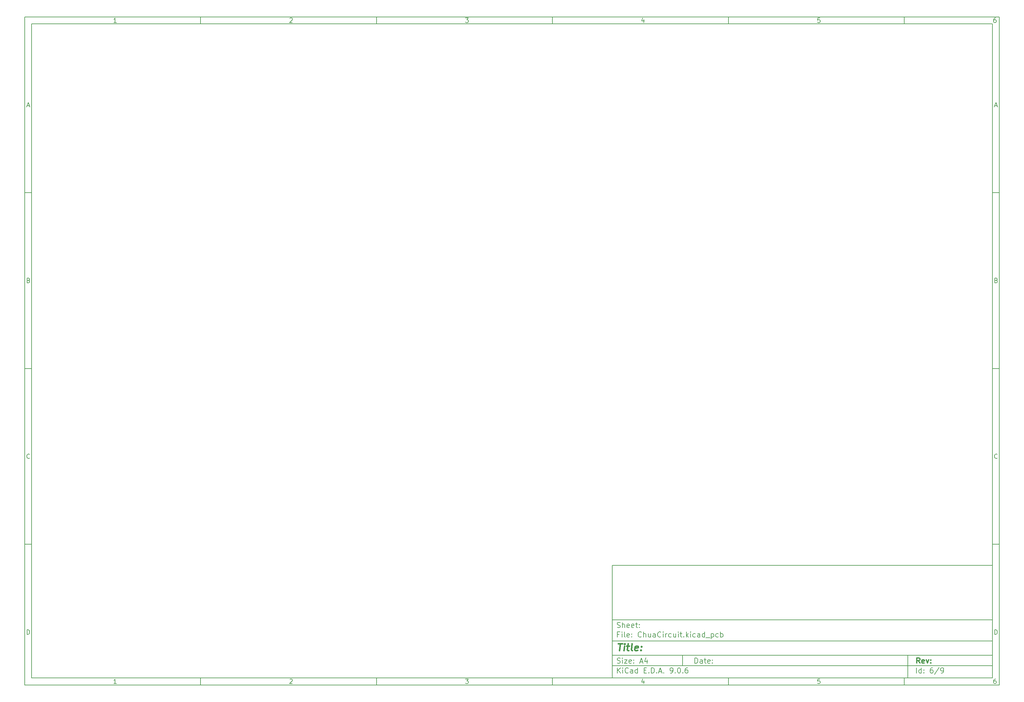
<source format=gbo>
%TF.GenerationSoftware,KiCad,Pcbnew,9.0.6*%
%TF.CreationDate,2025-11-23T22:05:43-07:00*%
%TF.ProjectId,ChuaCircuit,43687561-4369-4726-9375-69742e6b6963,rev?*%
%TF.SameCoordinates,Original*%
%TF.FileFunction,Legend,Bot*%
%TF.FilePolarity,Positive*%
%FSLAX46Y46*%
G04 Gerber Fmt 4.6, Leading zero omitted, Abs format (unit mm)*
G04 Created by KiCad (PCBNEW 9.0.6) date 2025-11-23 22:05:43*
%MOMM*%
%LPD*%
G01*
G04 APERTURE LIST*
%ADD10C,0.100000*%
%ADD11C,0.150000*%
%ADD12C,0.300000*%
%ADD13C,0.400000*%
%ADD14R,1.700000X1.700000*%
%ADD15C,1.700000*%
G04 APERTURE END LIST*
D10*
D11*
X177002200Y-166007200D02*
X285002200Y-166007200D01*
X285002200Y-198007200D01*
X177002200Y-198007200D01*
X177002200Y-166007200D01*
D10*
D11*
X10000000Y-10000000D02*
X287002200Y-10000000D01*
X287002200Y-200007200D01*
X10000000Y-200007200D01*
X10000000Y-10000000D01*
D10*
D11*
X12000000Y-12000000D02*
X285002200Y-12000000D01*
X285002200Y-198007200D01*
X12000000Y-198007200D01*
X12000000Y-12000000D01*
D10*
D11*
X60000000Y-12000000D02*
X60000000Y-10000000D01*
D10*
D11*
X110000000Y-12000000D02*
X110000000Y-10000000D01*
D10*
D11*
X160000000Y-12000000D02*
X160000000Y-10000000D01*
D10*
D11*
X210000000Y-12000000D02*
X210000000Y-10000000D01*
D10*
D11*
X260000000Y-12000000D02*
X260000000Y-10000000D01*
D10*
D11*
X36089160Y-11593604D02*
X35346303Y-11593604D01*
X35717731Y-11593604D02*
X35717731Y-10293604D01*
X35717731Y-10293604D02*
X35593922Y-10479319D01*
X35593922Y-10479319D02*
X35470112Y-10603128D01*
X35470112Y-10603128D02*
X35346303Y-10665033D01*
D10*
D11*
X85346303Y-10417414D02*
X85408207Y-10355509D01*
X85408207Y-10355509D02*
X85532017Y-10293604D01*
X85532017Y-10293604D02*
X85841541Y-10293604D01*
X85841541Y-10293604D02*
X85965350Y-10355509D01*
X85965350Y-10355509D02*
X86027255Y-10417414D01*
X86027255Y-10417414D02*
X86089160Y-10541223D01*
X86089160Y-10541223D02*
X86089160Y-10665033D01*
X86089160Y-10665033D02*
X86027255Y-10850747D01*
X86027255Y-10850747D02*
X85284398Y-11593604D01*
X85284398Y-11593604D02*
X86089160Y-11593604D01*
D10*
D11*
X135284398Y-10293604D02*
X136089160Y-10293604D01*
X136089160Y-10293604D02*
X135655826Y-10788842D01*
X135655826Y-10788842D02*
X135841541Y-10788842D01*
X135841541Y-10788842D02*
X135965350Y-10850747D01*
X135965350Y-10850747D02*
X136027255Y-10912652D01*
X136027255Y-10912652D02*
X136089160Y-11036461D01*
X136089160Y-11036461D02*
X136089160Y-11345985D01*
X136089160Y-11345985D02*
X136027255Y-11469795D01*
X136027255Y-11469795D02*
X135965350Y-11531700D01*
X135965350Y-11531700D02*
X135841541Y-11593604D01*
X135841541Y-11593604D02*
X135470112Y-11593604D01*
X135470112Y-11593604D02*
X135346303Y-11531700D01*
X135346303Y-11531700D02*
X135284398Y-11469795D01*
D10*
D11*
X185965350Y-10726938D02*
X185965350Y-11593604D01*
X185655826Y-10231700D02*
X185346303Y-11160271D01*
X185346303Y-11160271D02*
X186151064Y-11160271D01*
D10*
D11*
X236027255Y-10293604D02*
X235408207Y-10293604D01*
X235408207Y-10293604D02*
X235346303Y-10912652D01*
X235346303Y-10912652D02*
X235408207Y-10850747D01*
X235408207Y-10850747D02*
X235532017Y-10788842D01*
X235532017Y-10788842D02*
X235841541Y-10788842D01*
X235841541Y-10788842D02*
X235965350Y-10850747D01*
X235965350Y-10850747D02*
X236027255Y-10912652D01*
X236027255Y-10912652D02*
X236089160Y-11036461D01*
X236089160Y-11036461D02*
X236089160Y-11345985D01*
X236089160Y-11345985D02*
X236027255Y-11469795D01*
X236027255Y-11469795D02*
X235965350Y-11531700D01*
X235965350Y-11531700D02*
X235841541Y-11593604D01*
X235841541Y-11593604D02*
X235532017Y-11593604D01*
X235532017Y-11593604D02*
X235408207Y-11531700D01*
X235408207Y-11531700D02*
X235346303Y-11469795D01*
D10*
D11*
X285965350Y-10293604D02*
X285717731Y-10293604D01*
X285717731Y-10293604D02*
X285593922Y-10355509D01*
X285593922Y-10355509D02*
X285532017Y-10417414D01*
X285532017Y-10417414D02*
X285408207Y-10603128D01*
X285408207Y-10603128D02*
X285346303Y-10850747D01*
X285346303Y-10850747D02*
X285346303Y-11345985D01*
X285346303Y-11345985D02*
X285408207Y-11469795D01*
X285408207Y-11469795D02*
X285470112Y-11531700D01*
X285470112Y-11531700D02*
X285593922Y-11593604D01*
X285593922Y-11593604D02*
X285841541Y-11593604D01*
X285841541Y-11593604D02*
X285965350Y-11531700D01*
X285965350Y-11531700D02*
X286027255Y-11469795D01*
X286027255Y-11469795D02*
X286089160Y-11345985D01*
X286089160Y-11345985D02*
X286089160Y-11036461D01*
X286089160Y-11036461D02*
X286027255Y-10912652D01*
X286027255Y-10912652D02*
X285965350Y-10850747D01*
X285965350Y-10850747D02*
X285841541Y-10788842D01*
X285841541Y-10788842D02*
X285593922Y-10788842D01*
X285593922Y-10788842D02*
X285470112Y-10850747D01*
X285470112Y-10850747D02*
X285408207Y-10912652D01*
X285408207Y-10912652D02*
X285346303Y-11036461D01*
D10*
D11*
X60000000Y-198007200D02*
X60000000Y-200007200D01*
D10*
D11*
X110000000Y-198007200D02*
X110000000Y-200007200D01*
D10*
D11*
X160000000Y-198007200D02*
X160000000Y-200007200D01*
D10*
D11*
X210000000Y-198007200D02*
X210000000Y-200007200D01*
D10*
D11*
X260000000Y-198007200D02*
X260000000Y-200007200D01*
D10*
D11*
X36089160Y-199600804D02*
X35346303Y-199600804D01*
X35717731Y-199600804D02*
X35717731Y-198300804D01*
X35717731Y-198300804D02*
X35593922Y-198486519D01*
X35593922Y-198486519D02*
X35470112Y-198610328D01*
X35470112Y-198610328D02*
X35346303Y-198672233D01*
D10*
D11*
X85346303Y-198424614D02*
X85408207Y-198362709D01*
X85408207Y-198362709D02*
X85532017Y-198300804D01*
X85532017Y-198300804D02*
X85841541Y-198300804D01*
X85841541Y-198300804D02*
X85965350Y-198362709D01*
X85965350Y-198362709D02*
X86027255Y-198424614D01*
X86027255Y-198424614D02*
X86089160Y-198548423D01*
X86089160Y-198548423D02*
X86089160Y-198672233D01*
X86089160Y-198672233D02*
X86027255Y-198857947D01*
X86027255Y-198857947D02*
X85284398Y-199600804D01*
X85284398Y-199600804D02*
X86089160Y-199600804D01*
D10*
D11*
X135284398Y-198300804D02*
X136089160Y-198300804D01*
X136089160Y-198300804D02*
X135655826Y-198796042D01*
X135655826Y-198796042D02*
X135841541Y-198796042D01*
X135841541Y-198796042D02*
X135965350Y-198857947D01*
X135965350Y-198857947D02*
X136027255Y-198919852D01*
X136027255Y-198919852D02*
X136089160Y-199043661D01*
X136089160Y-199043661D02*
X136089160Y-199353185D01*
X136089160Y-199353185D02*
X136027255Y-199476995D01*
X136027255Y-199476995D02*
X135965350Y-199538900D01*
X135965350Y-199538900D02*
X135841541Y-199600804D01*
X135841541Y-199600804D02*
X135470112Y-199600804D01*
X135470112Y-199600804D02*
X135346303Y-199538900D01*
X135346303Y-199538900D02*
X135284398Y-199476995D01*
D10*
D11*
X185965350Y-198734138D02*
X185965350Y-199600804D01*
X185655826Y-198238900D02*
X185346303Y-199167471D01*
X185346303Y-199167471D02*
X186151064Y-199167471D01*
D10*
D11*
X236027255Y-198300804D02*
X235408207Y-198300804D01*
X235408207Y-198300804D02*
X235346303Y-198919852D01*
X235346303Y-198919852D02*
X235408207Y-198857947D01*
X235408207Y-198857947D02*
X235532017Y-198796042D01*
X235532017Y-198796042D02*
X235841541Y-198796042D01*
X235841541Y-198796042D02*
X235965350Y-198857947D01*
X235965350Y-198857947D02*
X236027255Y-198919852D01*
X236027255Y-198919852D02*
X236089160Y-199043661D01*
X236089160Y-199043661D02*
X236089160Y-199353185D01*
X236089160Y-199353185D02*
X236027255Y-199476995D01*
X236027255Y-199476995D02*
X235965350Y-199538900D01*
X235965350Y-199538900D02*
X235841541Y-199600804D01*
X235841541Y-199600804D02*
X235532017Y-199600804D01*
X235532017Y-199600804D02*
X235408207Y-199538900D01*
X235408207Y-199538900D02*
X235346303Y-199476995D01*
D10*
D11*
X285965350Y-198300804D02*
X285717731Y-198300804D01*
X285717731Y-198300804D02*
X285593922Y-198362709D01*
X285593922Y-198362709D02*
X285532017Y-198424614D01*
X285532017Y-198424614D02*
X285408207Y-198610328D01*
X285408207Y-198610328D02*
X285346303Y-198857947D01*
X285346303Y-198857947D02*
X285346303Y-199353185D01*
X285346303Y-199353185D02*
X285408207Y-199476995D01*
X285408207Y-199476995D02*
X285470112Y-199538900D01*
X285470112Y-199538900D02*
X285593922Y-199600804D01*
X285593922Y-199600804D02*
X285841541Y-199600804D01*
X285841541Y-199600804D02*
X285965350Y-199538900D01*
X285965350Y-199538900D02*
X286027255Y-199476995D01*
X286027255Y-199476995D02*
X286089160Y-199353185D01*
X286089160Y-199353185D02*
X286089160Y-199043661D01*
X286089160Y-199043661D02*
X286027255Y-198919852D01*
X286027255Y-198919852D02*
X285965350Y-198857947D01*
X285965350Y-198857947D02*
X285841541Y-198796042D01*
X285841541Y-198796042D02*
X285593922Y-198796042D01*
X285593922Y-198796042D02*
X285470112Y-198857947D01*
X285470112Y-198857947D02*
X285408207Y-198919852D01*
X285408207Y-198919852D02*
X285346303Y-199043661D01*
D10*
D11*
X10000000Y-60000000D02*
X12000000Y-60000000D01*
D10*
D11*
X10000000Y-110000000D02*
X12000000Y-110000000D01*
D10*
D11*
X10000000Y-160000000D02*
X12000000Y-160000000D01*
D10*
D11*
X10690476Y-35222176D02*
X11309523Y-35222176D01*
X10566666Y-35593604D02*
X10999999Y-34293604D01*
X10999999Y-34293604D02*
X11433333Y-35593604D01*
D10*
D11*
X11092857Y-84912652D02*
X11278571Y-84974557D01*
X11278571Y-84974557D02*
X11340476Y-85036461D01*
X11340476Y-85036461D02*
X11402380Y-85160271D01*
X11402380Y-85160271D02*
X11402380Y-85345985D01*
X11402380Y-85345985D02*
X11340476Y-85469795D01*
X11340476Y-85469795D02*
X11278571Y-85531700D01*
X11278571Y-85531700D02*
X11154761Y-85593604D01*
X11154761Y-85593604D02*
X10659523Y-85593604D01*
X10659523Y-85593604D02*
X10659523Y-84293604D01*
X10659523Y-84293604D02*
X11092857Y-84293604D01*
X11092857Y-84293604D02*
X11216666Y-84355509D01*
X11216666Y-84355509D02*
X11278571Y-84417414D01*
X11278571Y-84417414D02*
X11340476Y-84541223D01*
X11340476Y-84541223D02*
X11340476Y-84665033D01*
X11340476Y-84665033D02*
X11278571Y-84788842D01*
X11278571Y-84788842D02*
X11216666Y-84850747D01*
X11216666Y-84850747D02*
X11092857Y-84912652D01*
X11092857Y-84912652D02*
X10659523Y-84912652D01*
D10*
D11*
X11402380Y-135469795D02*
X11340476Y-135531700D01*
X11340476Y-135531700D02*
X11154761Y-135593604D01*
X11154761Y-135593604D02*
X11030952Y-135593604D01*
X11030952Y-135593604D02*
X10845238Y-135531700D01*
X10845238Y-135531700D02*
X10721428Y-135407890D01*
X10721428Y-135407890D02*
X10659523Y-135284080D01*
X10659523Y-135284080D02*
X10597619Y-135036461D01*
X10597619Y-135036461D02*
X10597619Y-134850747D01*
X10597619Y-134850747D02*
X10659523Y-134603128D01*
X10659523Y-134603128D02*
X10721428Y-134479319D01*
X10721428Y-134479319D02*
X10845238Y-134355509D01*
X10845238Y-134355509D02*
X11030952Y-134293604D01*
X11030952Y-134293604D02*
X11154761Y-134293604D01*
X11154761Y-134293604D02*
X11340476Y-134355509D01*
X11340476Y-134355509D02*
X11402380Y-134417414D01*
D10*
D11*
X10659523Y-185593604D02*
X10659523Y-184293604D01*
X10659523Y-184293604D02*
X10969047Y-184293604D01*
X10969047Y-184293604D02*
X11154761Y-184355509D01*
X11154761Y-184355509D02*
X11278571Y-184479319D01*
X11278571Y-184479319D02*
X11340476Y-184603128D01*
X11340476Y-184603128D02*
X11402380Y-184850747D01*
X11402380Y-184850747D02*
X11402380Y-185036461D01*
X11402380Y-185036461D02*
X11340476Y-185284080D01*
X11340476Y-185284080D02*
X11278571Y-185407890D01*
X11278571Y-185407890D02*
X11154761Y-185531700D01*
X11154761Y-185531700D02*
X10969047Y-185593604D01*
X10969047Y-185593604D02*
X10659523Y-185593604D01*
D10*
D11*
X287002200Y-60000000D02*
X285002200Y-60000000D01*
D10*
D11*
X287002200Y-110000000D02*
X285002200Y-110000000D01*
D10*
D11*
X287002200Y-160000000D02*
X285002200Y-160000000D01*
D10*
D11*
X285692676Y-35222176D02*
X286311723Y-35222176D01*
X285568866Y-35593604D02*
X286002199Y-34293604D01*
X286002199Y-34293604D02*
X286435533Y-35593604D01*
D10*
D11*
X286095057Y-84912652D02*
X286280771Y-84974557D01*
X286280771Y-84974557D02*
X286342676Y-85036461D01*
X286342676Y-85036461D02*
X286404580Y-85160271D01*
X286404580Y-85160271D02*
X286404580Y-85345985D01*
X286404580Y-85345985D02*
X286342676Y-85469795D01*
X286342676Y-85469795D02*
X286280771Y-85531700D01*
X286280771Y-85531700D02*
X286156961Y-85593604D01*
X286156961Y-85593604D02*
X285661723Y-85593604D01*
X285661723Y-85593604D02*
X285661723Y-84293604D01*
X285661723Y-84293604D02*
X286095057Y-84293604D01*
X286095057Y-84293604D02*
X286218866Y-84355509D01*
X286218866Y-84355509D02*
X286280771Y-84417414D01*
X286280771Y-84417414D02*
X286342676Y-84541223D01*
X286342676Y-84541223D02*
X286342676Y-84665033D01*
X286342676Y-84665033D02*
X286280771Y-84788842D01*
X286280771Y-84788842D02*
X286218866Y-84850747D01*
X286218866Y-84850747D02*
X286095057Y-84912652D01*
X286095057Y-84912652D02*
X285661723Y-84912652D01*
D10*
D11*
X286404580Y-135469795D02*
X286342676Y-135531700D01*
X286342676Y-135531700D02*
X286156961Y-135593604D01*
X286156961Y-135593604D02*
X286033152Y-135593604D01*
X286033152Y-135593604D02*
X285847438Y-135531700D01*
X285847438Y-135531700D02*
X285723628Y-135407890D01*
X285723628Y-135407890D02*
X285661723Y-135284080D01*
X285661723Y-135284080D02*
X285599819Y-135036461D01*
X285599819Y-135036461D02*
X285599819Y-134850747D01*
X285599819Y-134850747D02*
X285661723Y-134603128D01*
X285661723Y-134603128D02*
X285723628Y-134479319D01*
X285723628Y-134479319D02*
X285847438Y-134355509D01*
X285847438Y-134355509D02*
X286033152Y-134293604D01*
X286033152Y-134293604D02*
X286156961Y-134293604D01*
X286156961Y-134293604D02*
X286342676Y-134355509D01*
X286342676Y-134355509D02*
X286404580Y-134417414D01*
D10*
D11*
X285661723Y-185593604D02*
X285661723Y-184293604D01*
X285661723Y-184293604D02*
X285971247Y-184293604D01*
X285971247Y-184293604D02*
X286156961Y-184355509D01*
X286156961Y-184355509D02*
X286280771Y-184479319D01*
X286280771Y-184479319D02*
X286342676Y-184603128D01*
X286342676Y-184603128D02*
X286404580Y-184850747D01*
X286404580Y-184850747D02*
X286404580Y-185036461D01*
X286404580Y-185036461D02*
X286342676Y-185284080D01*
X286342676Y-185284080D02*
X286280771Y-185407890D01*
X286280771Y-185407890D02*
X286156961Y-185531700D01*
X286156961Y-185531700D02*
X285971247Y-185593604D01*
X285971247Y-185593604D02*
X285661723Y-185593604D01*
D10*
D11*
X200458026Y-193793328D02*
X200458026Y-192293328D01*
X200458026Y-192293328D02*
X200815169Y-192293328D01*
X200815169Y-192293328D02*
X201029455Y-192364757D01*
X201029455Y-192364757D02*
X201172312Y-192507614D01*
X201172312Y-192507614D02*
X201243741Y-192650471D01*
X201243741Y-192650471D02*
X201315169Y-192936185D01*
X201315169Y-192936185D02*
X201315169Y-193150471D01*
X201315169Y-193150471D02*
X201243741Y-193436185D01*
X201243741Y-193436185D02*
X201172312Y-193579042D01*
X201172312Y-193579042D02*
X201029455Y-193721900D01*
X201029455Y-193721900D02*
X200815169Y-193793328D01*
X200815169Y-193793328D02*
X200458026Y-193793328D01*
X202600884Y-193793328D02*
X202600884Y-193007614D01*
X202600884Y-193007614D02*
X202529455Y-192864757D01*
X202529455Y-192864757D02*
X202386598Y-192793328D01*
X202386598Y-192793328D02*
X202100884Y-192793328D01*
X202100884Y-192793328D02*
X201958026Y-192864757D01*
X202600884Y-193721900D02*
X202458026Y-193793328D01*
X202458026Y-193793328D02*
X202100884Y-193793328D01*
X202100884Y-193793328D02*
X201958026Y-193721900D01*
X201958026Y-193721900D02*
X201886598Y-193579042D01*
X201886598Y-193579042D02*
X201886598Y-193436185D01*
X201886598Y-193436185D02*
X201958026Y-193293328D01*
X201958026Y-193293328D02*
X202100884Y-193221900D01*
X202100884Y-193221900D02*
X202458026Y-193221900D01*
X202458026Y-193221900D02*
X202600884Y-193150471D01*
X203100884Y-192793328D02*
X203672312Y-192793328D01*
X203315169Y-192293328D02*
X203315169Y-193579042D01*
X203315169Y-193579042D02*
X203386598Y-193721900D01*
X203386598Y-193721900D02*
X203529455Y-193793328D01*
X203529455Y-193793328D02*
X203672312Y-193793328D01*
X204743741Y-193721900D02*
X204600884Y-193793328D01*
X204600884Y-193793328D02*
X204315170Y-193793328D01*
X204315170Y-193793328D02*
X204172312Y-193721900D01*
X204172312Y-193721900D02*
X204100884Y-193579042D01*
X204100884Y-193579042D02*
X204100884Y-193007614D01*
X204100884Y-193007614D02*
X204172312Y-192864757D01*
X204172312Y-192864757D02*
X204315170Y-192793328D01*
X204315170Y-192793328D02*
X204600884Y-192793328D01*
X204600884Y-192793328D02*
X204743741Y-192864757D01*
X204743741Y-192864757D02*
X204815170Y-193007614D01*
X204815170Y-193007614D02*
X204815170Y-193150471D01*
X204815170Y-193150471D02*
X204100884Y-193293328D01*
X205458026Y-193650471D02*
X205529455Y-193721900D01*
X205529455Y-193721900D02*
X205458026Y-193793328D01*
X205458026Y-193793328D02*
X205386598Y-193721900D01*
X205386598Y-193721900D02*
X205458026Y-193650471D01*
X205458026Y-193650471D02*
X205458026Y-193793328D01*
X205458026Y-192864757D02*
X205529455Y-192936185D01*
X205529455Y-192936185D02*
X205458026Y-193007614D01*
X205458026Y-193007614D02*
X205386598Y-192936185D01*
X205386598Y-192936185D02*
X205458026Y-192864757D01*
X205458026Y-192864757D02*
X205458026Y-193007614D01*
D10*
D11*
X177002200Y-194507200D02*
X285002200Y-194507200D01*
D10*
D11*
X178458026Y-196593328D02*
X178458026Y-195093328D01*
X179315169Y-196593328D02*
X178672312Y-195736185D01*
X179315169Y-195093328D02*
X178458026Y-195950471D01*
X179958026Y-196593328D02*
X179958026Y-195593328D01*
X179958026Y-195093328D02*
X179886598Y-195164757D01*
X179886598Y-195164757D02*
X179958026Y-195236185D01*
X179958026Y-195236185D02*
X180029455Y-195164757D01*
X180029455Y-195164757D02*
X179958026Y-195093328D01*
X179958026Y-195093328D02*
X179958026Y-195236185D01*
X181529455Y-196450471D02*
X181458027Y-196521900D01*
X181458027Y-196521900D02*
X181243741Y-196593328D01*
X181243741Y-196593328D02*
X181100884Y-196593328D01*
X181100884Y-196593328D02*
X180886598Y-196521900D01*
X180886598Y-196521900D02*
X180743741Y-196379042D01*
X180743741Y-196379042D02*
X180672312Y-196236185D01*
X180672312Y-196236185D02*
X180600884Y-195950471D01*
X180600884Y-195950471D02*
X180600884Y-195736185D01*
X180600884Y-195736185D02*
X180672312Y-195450471D01*
X180672312Y-195450471D02*
X180743741Y-195307614D01*
X180743741Y-195307614D02*
X180886598Y-195164757D01*
X180886598Y-195164757D02*
X181100884Y-195093328D01*
X181100884Y-195093328D02*
X181243741Y-195093328D01*
X181243741Y-195093328D02*
X181458027Y-195164757D01*
X181458027Y-195164757D02*
X181529455Y-195236185D01*
X182815170Y-196593328D02*
X182815170Y-195807614D01*
X182815170Y-195807614D02*
X182743741Y-195664757D01*
X182743741Y-195664757D02*
X182600884Y-195593328D01*
X182600884Y-195593328D02*
X182315170Y-195593328D01*
X182315170Y-195593328D02*
X182172312Y-195664757D01*
X182815170Y-196521900D02*
X182672312Y-196593328D01*
X182672312Y-196593328D02*
X182315170Y-196593328D01*
X182315170Y-196593328D02*
X182172312Y-196521900D01*
X182172312Y-196521900D02*
X182100884Y-196379042D01*
X182100884Y-196379042D02*
X182100884Y-196236185D01*
X182100884Y-196236185D02*
X182172312Y-196093328D01*
X182172312Y-196093328D02*
X182315170Y-196021900D01*
X182315170Y-196021900D02*
X182672312Y-196021900D01*
X182672312Y-196021900D02*
X182815170Y-195950471D01*
X184172313Y-196593328D02*
X184172313Y-195093328D01*
X184172313Y-196521900D02*
X184029455Y-196593328D01*
X184029455Y-196593328D02*
X183743741Y-196593328D01*
X183743741Y-196593328D02*
X183600884Y-196521900D01*
X183600884Y-196521900D02*
X183529455Y-196450471D01*
X183529455Y-196450471D02*
X183458027Y-196307614D01*
X183458027Y-196307614D02*
X183458027Y-195879042D01*
X183458027Y-195879042D02*
X183529455Y-195736185D01*
X183529455Y-195736185D02*
X183600884Y-195664757D01*
X183600884Y-195664757D02*
X183743741Y-195593328D01*
X183743741Y-195593328D02*
X184029455Y-195593328D01*
X184029455Y-195593328D02*
X184172313Y-195664757D01*
X186029455Y-195807614D02*
X186529455Y-195807614D01*
X186743741Y-196593328D02*
X186029455Y-196593328D01*
X186029455Y-196593328D02*
X186029455Y-195093328D01*
X186029455Y-195093328D02*
X186743741Y-195093328D01*
X187386598Y-196450471D02*
X187458027Y-196521900D01*
X187458027Y-196521900D02*
X187386598Y-196593328D01*
X187386598Y-196593328D02*
X187315170Y-196521900D01*
X187315170Y-196521900D02*
X187386598Y-196450471D01*
X187386598Y-196450471D02*
X187386598Y-196593328D01*
X188100884Y-196593328D02*
X188100884Y-195093328D01*
X188100884Y-195093328D02*
X188458027Y-195093328D01*
X188458027Y-195093328D02*
X188672313Y-195164757D01*
X188672313Y-195164757D02*
X188815170Y-195307614D01*
X188815170Y-195307614D02*
X188886599Y-195450471D01*
X188886599Y-195450471D02*
X188958027Y-195736185D01*
X188958027Y-195736185D02*
X188958027Y-195950471D01*
X188958027Y-195950471D02*
X188886599Y-196236185D01*
X188886599Y-196236185D02*
X188815170Y-196379042D01*
X188815170Y-196379042D02*
X188672313Y-196521900D01*
X188672313Y-196521900D02*
X188458027Y-196593328D01*
X188458027Y-196593328D02*
X188100884Y-196593328D01*
X189600884Y-196450471D02*
X189672313Y-196521900D01*
X189672313Y-196521900D02*
X189600884Y-196593328D01*
X189600884Y-196593328D02*
X189529456Y-196521900D01*
X189529456Y-196521900D02*
X189600884Y-196450471D01*
X189600884Y-196450471D02*
X189600884Y-196593328D01*
X190243742Y-196164757D02*
X190958028Y-196164757D01*
X190100885Y-196593328D02*
X190600885Y-195093328D01*
X190600885Y-195093328D02*
X191100885Y-196593328D01*
X191600884Y-196450471D02*
X191672313Y-196521900D01*
X191672313Y-196521900D02*
X191600884Y-196593328D01*
X191600884Y-196593328D02*
X191529456Y-196521900D01*
X191529456Y-196521900D02*
X191600884Y-196450471D01*
X191600884Y-196450471D02*
X191600884Y-196593328D01*
X193529456Y-196593328D02*
X193815170Y-196593328D01*
X193815170Y-196593328D02*
X193958027Y-196521900D01*
X193958027Y-196521900D02*
X194029456Y-196450471D01*
X194029456Y-196450471D02*
X194172313Y-196236185D01*
X194172313Y-196236185D02*
X194243742Y-195950471D01*
X194243742Y-195950471D02*
X194243742Y-195379042D01*
X194243742Y-195379042D02*
X194172313Y-195236185D01*
X194172313Y-195236185D02*
X194100885Y-195164757D01*
X194100885Y-195164757D02*
X193958027Y-195093328D01*
X193958027Y-195093328D02*
X193672313Y-195093328D01*
X193672313Y-195093328D02*
X193529456Y-195164757D01*
X193529456Y-195164757D02*
X193458027Y-195236185D01*
X193458027Y-195236185D02*
X193386599Y-195379042D01*
X193386599Y-195379042D02*
X193386599Y-195736185D01*
X193386599Y-195736185D02*
X193458027Y-195879042D01*
X193458027Y-195879042D02*
X193529456Y-195950471D01*
X193529456Y-195950471D02*
X193672313Y-196021900D01*
X193672313Y-196021900D02*
X193958027Y-196021900D01*
X193958027Y-196021900D02*
X194100885Y-195950471D01*
X194100885Y-195950471D02*
X194172313Y-195879042D01*
X194172313Y-195879042D02*
X194243742Y-195736185D01*
X194886598Y-196450471D02*
X194958027Y-196521900D01*
X194958027Y-196521900D02*
X194886598Y-196593328D01*
X194886598Y-196593328D02*
X194815170Y-196521900D01*
X194815170Y-196521900D02*
X194886598Y-196450471D01*
X194886598Y-196450471D02*
X194886598Y-196593328D01*
X195886599Y-195093328D02*
X196029456Y-195093328D01*
X196029456Y-195093328D02*
X196172313Y-195164757D01*
X196172313Y-195164757D02*
X196243742Y-195236185D01*
X196243742Y-195236185D02*
X196315170Y-195379042D01*
X196315170Y-195379042D02*
X196386599Y-195664757D01*
X196386599Y-195664757D02*
X196386599Y-196021900D01*
X196386599Y-196021900D02*
X196315170Y-196307614D01*
X196315170Y-196307614D02*
X196243742Y-196450471D01*
X196243742Y-196450471D02*
X196172313Y-196521900D01*
X196172313Y-196521900D02*
X196029456Y-196593328D01*
X196029456Y-196593328D02*
X195886599Y-196593328D01*
X195886599Y-196593328D02*
X195743742Y-196521900D01*
X195743742Y-196521900D02*
X195672313Y-196450471D01*
X195672313Y-196450471D02*
X195600884Y-196307614D01*
X195600884Y-196307614D02*
X195529456Y-196021900D01*
X195529456Y-196021900D02*
X195529456Y-195664757D01*
X195529456Y-195664757D02*
X195600884Y-195379042D01*
X195600884Y-195379042D02*
X195672313Y-195236185D01*
X195672313Y-195236185D02*
X195743742Y-195164757D01*
X195743742Y-195164757D02*
X195886599Y-195093328D01*
X197029455Y-196450471D02*
X197100884Y-196521900D01*
X197100884Y-196521900D02*
X197029455Y-196593328D01*
X197029455Y-196593328D02*
X196958027Y-196521900D01*
X196958027Y-196521900D02*
X197029455Y-196450471D01*
X197029455Y-196450471D02*
X197029455Y-196593328D01*
X198386599Y-195093328D02*
X198100884Y-195093328D01*
X198100884Y-195093328D02*
X197958027Y-195164757D01*
X197958027Y-195164757D02*
X197886599Y-195236185D01*
X197886599Y-195236185D02*
X197743741Y-195450471D01*
X197743741Y-195450471D02*
X197672313Y-195736185D01*
X197672313Y-195736185D02*
X197672313Y-196307614D01*
X197672313Y-196307614D02*
X197743741Y-196450471D01*
X197743741Y-196450471D02*
X197815170Y-196521900D01*
X197815170Y-196521900D02*
X197958027Y-196593328D01*
X197958027Y-196593328D02*
X198243741Y-196593328D01*
X198243741Y-196593328D02*
X198386599Y-196521900D01*
X198386599Y-196521900D02*
X198458027Y-196450471D01*
X198458027Y-196450471D02*
X198529456Y-196307614D01*
X198529456Y-196307614D02*
X198529456Y-195950471D01*
X198529456Y-195950471D02*
X198458027Y-195807614D01*
X198458027Y-195807614D02*
X198386599Y-195736185D01*
X198386599Y-195736185D02*
X198243741Y-195664757D01*
X198243741Y-195664757D02*
X197958027Y-195664757D01*
X197958027Y-195664757D02*
X197815170Y-195736185D01*
X197815170Y-195736185D02*
X197743741Y-195807614D01*
X197743741Y-195807614D02*
X197672313Y-195950471D01*
D10*
D11*
X177002200Y-191507200D02*
X285002200Y-191507200D01*
D10*
D12*
X264413853Y-193785528D02*
X263913853Y-193071242D01*
X263556710Y-193785528D02*
X263556710Y-192285528D01*
X263556710Y-192285528D02*
X264128139Y-192285528D01*
X264128139Y-192285528D02*
X264270996Y-192356957D01*
X264270996Y-192356957D02*
X264342425Y-192428385D01*
X264342425Y-192428385D02*
X264413853Y-192571242D01*
X264413853Y-192571242D02*
X264413853Y-192785528D01*
X264413853Y-192785528D02*
X264342425Y-192928385D01*
X264342425Y-192928385D02*
X264270996Y-192999814D01*
X264270996Y-192999814D02*
X264128139Y-193071242D01*
X264128139Y-193071242D02*
X263556710Y-193071242D01*
X265628139Y-193714100D02*
X265485282Y-193785528D01*
X265485282Y-193785528D02*
X265199568Y-193785528D01*
X265199568Y-193785528D02*
X265056710Y-193714100D01*
X265056710Y-193714100D02*
X264985282Y-193571242D01*
X264985282Y-193571242D02*
X264985282Y-192999814D01*
X264985282Y-192999814D02*
X265056710Y-192856957D01*
X265056710Y-192856957D02*
X265199568Y-192785528D01*
X265199568Y-192785528D02*
X265485282Y-192785528D01*
X265485282Y-192785528D02*
X265628139Y-192856957D01*
X265628139Y-192856957D02*
X265699568Y-192999814D01*
X265699568Y-192999814D02*
X265699568Y-193142671D01*
X265699568Y-193142671D02*
X264985282Y-193285528D01*
X266199567Y-192785528D02*
X266556710Y-193785528D01*
X266556710Y-193785528D02*
X266913853Y-192785528D01*
X267485281Y-193642671D02*
X267556710Y-193714100D01*
X267556710Y-193714100D02*
X267485281Y-193785528D01*
X267485281Y-193785528D02*
X267413853Y-193714100D01*
X267413853Y-193714100D02*
X267485281Y-193642671D01*
X267485281Y-193642671D02*
X267485281Y-193785528D01*
X267485281Y-192856957D02*
X267556710Y-192928385D01*
X267556710Y-192928385D02*
X267485281Y-192999814D01*
X267485281Y-192999814D02*
X267413853Y-192928385D01*
X267413853Y-192928385D02*
X267485281Y-192856957D01*
X267485281Y-192856957D02*
X267485281Y-192999814D01*
D10*
D11*
X178386598Y-193721900D02*
X178600884Y-193793328D01*
X178600884Y-193793328D02*
X178958026Y-193793328D01*
X178958026Y-193793328D02*
X179100884Y-193721900D01*
X179100884Y-193721900D02*
X179172312Y-193650471D01*
X179172312Y-193650471D02*
X179243741Y-193507614D01*
X179243741Y-193507614D02*
X179243741Y-193364757D01*
X179243741Y-193364757D02*
X179172312Y-193221900D01*
X179172312Y-193221900D02*
X179100884Y-193150471D01*
X179100884Y-193150471D02*
X178958026Y-193079042D01*
X178958026Y-193079042D02*
X178672312Y-193007614D01*
X178672312Y-193007614D02*
X178529455Y-192936185D01*
X178529455Y-192936185D02*
X178458026Y-192864757D01*
X178458026Y-192864757D02*
X178386598Y-192721900D01*
X178386598Y-192721900D02*
X178386598Y-192579042D01*
X178386598Y-192579042D02*
X178458026Y-192436185D01*
X178458026Y-192436185D02*
X178529455Y-192364757D01*
X178529455Y-192364757D02*
X178672312Y-192293328D01*
X178672312Y-192293328D02*
X179029455Y-192293328D01*
X179029455Y-192293328D02*
X179243741Y-192364757D01*
X179886597Y-193793328D02*
X179886597Y-192793328D01*
X179886597Y-192293328D02*
X179815169Y-192364757D01*
X179815169Y-192364757D02*
X179886597Y-192436185D01*
X179886597Y-192436185D02*
X179958026Y-192364757D01*
X179958026Y-192364757D02*
X179886597Y-192293328D01*
X179886597Y-192293328D02*
X179886597Y-192436185D01*
X180458026Y-192793328D02*
X181243741Y-192793328D01*
X181243741Y-192793328D02*
X180458026Y-193793328D01*
X180458026Y-193793328D02*
X181243741Y-193793328D01*
X182386598Y-193721900D02*
X182243741Y-193793328D01*
X182243741Y-193793328D02*
X181958027Y-193793328D01*
X181958027Y-193793328D02*
X181815169Y-193721900D01*
X181815169Y-193721900D02*
X181743741Y-193579042D01*
X181743741Y-193579042D02*
X181743741Y-193007614D01*
X181743741Y-193007614D02*
X181815169Y-192864757D01*
X181815169Y-192864757D02*
X181958027Y-192793328D01*
X181958027Y-192793328D02*
X182243741Y-192793328D01*
X182243741Y-192793328D02*
X182386598Y-192864757D01*
X182386598Y-192864757D02*
X182458027Y-193007614D01*
X182458027Y-193007614D02*
X182458027Y-193150471D01*
X182458027Y-193150471D02*
X181743741Y-193293328D01*
X183100883Y-193650471D02*
X183172312Y-193721900D01*
X183172312Y-193721900D02*
X183100883Y-193793328D01*
X183100883Y-193793328D02*
X183029455Y-193721900D01*
X183029455Y-193721900D02*
X183100883Y-193650471D01*
X183100883Y-193650471D02*
X183100883Y-193793328D01*
X183100883Y-192864757D02*
X183172312Y-192936185D01*
X183172312Y-192936185D02*
X183100883Y-193007614D01*
X183100883Y-193007614D02*
X183029455Y-192936185D01*
X183029455Y-192936185D02*
X183100883Y-192864757D01*
X183100883Y-192864757D02*
X183100883Y-193007614D01*
X184886598Y-193364757D02*
X185600884Y-193364757D01*
X184743741Y-193793328D02*
X185243741Y-192293328D01*
X185243741Y-192293328D02*
X185743741Y-193793328D01*
X186886598Y-192793328D02*
X186886598Y-193793328D01*
X186529455Y-192221900D02*
X186172312Y-193293328D01*
X186172312Y-193293328D02*
X187100883Y-193293328D01*
D10*
D11*
X263458026Y-196593328D02*
X263458026Y-195093328D01*
X264815170Y-196593328D02*
X264815170Y-195093328D01*
X264815170Y-196521900D02*
X264672312Y-196593328D01*
X264672312Y-196593328D02*
X264386598Y-196593328D01*
X264386598Y-196593328D02*
X264243741Y-196521900D01*
X264243741Y-196521900D02*
X264172312Y-196450471D01*
X264172312Y-196450471D02*
X264100884Y-196307614D01*
X264100884Y-196307614D02*
X264100884Y-195879042D01*
X264100884Y-195879042D02*
X264172312Y-195736185D01*
X264172312Y-195736185D02*
X264243741Y-195664757D01*
X264243741Y-195664757D02*
X264386598Y-195593328D01*
X264386598Y-195593328D02*
X264672312Y-195593328D01*
X264672312Y-195593328D02*
X264815170Y-195664757D01*
X265529455Y-196450471D02*
X265600884Y-196521900D01*
X265600884Y-196521900D02*
X265529455Y-196593328D01*
X265529455Y-196593328D02*
X265458027Y-196521900D01*
X265458027Y-196521900D02*
X265529455Y-196450471D01*
X265529455Y-196450471D02*
X265529455Y-196593328D01*
X265529455Y-195664757D02*
X265600884Y-195736185D01*
X265600884Y-195736185D02*
X265529455Y-195807614D01*
X265529455Y-195807614D02*
X265458027Y-195736185D01*
X265458027Y-195736185D02*
X265529455Y-195664757D01*
X265529455Y-195664757D02*
X265529455Y-195807614D01*
X268029456Y-195093328D02*
X267743741Y-195093328D01*
X267743741Y-195093328D02*
X267600884Y-195164757D01*
X267600884Y-195164757D02*
X267529456Y-195236185D01*
X267529456Y-195236185D02*
X267386598Y-195450471D01*
X267386598Y-195450471D02*
X267315170Y-195736185D01*
X267315170Y-195736185D02*
X267315170Y-196307614D01*
X267315170Y-196307614D02*
X267386598Y-196450471D01*
X267386598Y-196450471D02*
X267458027Y-196521900D01*
X267458027Y-196521900D02*
X267600884Y-196593328D01*
X267600884Y-196593328D02*
X267886598Y-196593328D01*
X267886598Y-196593328D02*
X268029456Y-196521900D01*
X268029456Y-196521900D02*
X268100884Y-196450471D01*
X268100884Y-196450471D02*
X268172313Y-196307614D01*
X268172313Y-196307614D02*
X268172313Y-195950471D01*
X268172313Y-195950471D02*
X268100884Y-195807614D01*
X268100884Y-195807614D02*
X268029456Y-195736185D01*
X268029456Y-195736185D02*
X267886598Y-195664757D01*
X267886598Y-195664757D02*
X267600884Y-195664757D01*
X267600884Y-195664757D02*
X267458027Y-195736185D01*
X267458027Y-195736185D02*
X267386598Y-195807614D01*
X267386598Y-195807614D02*
X267315170Y-195950471D01*
X269886598Y-195021900D02*
X268600884Y-196950471D01*
X270458027Y-196593328D02*
X270743741Y-196593328D01*
X270743741Y-196593328D02*
X270886598Y-196521900D01*
X270886598Y-196521900D02*
X270958027Y-196450471D01*
X270958027Y-196450471D02*
X271100884Y-196236185D01*
X271100884Y-196236185D02*
X271172313Y-195950471D01*
X271172313Y-195950471D02*
X271172313Y-195379042D01*
X271172313Y-195379042D02*
X271100884Y-195236185D01*
X271100884Y-195236185D02*
X271029456Y-195164757D01*
X271029456Y-195164757D02*
X270886598Y-195093328D01*
X270886598Y-195093328D02*
X270600884Y-195093328D01*
X270600884Y-195093328D02*
X270458027Y-195164757D01*
X270458027Y-195164757D02*
X270386598Y-195236185D01*
X270386598Y-195236185D02*
X270315170Y-195379042D01*
X270315170Y-195379042D02*
X270315170Y-195736185D01*
X270315170Y-195736185D02*
X270386598Y-195879042D01*
X270386598Y-195879042D02*
X270458027Y-195950471D01*
X270458027Y-195950471D02*
X270600884Y-196021900D01*
X270600884Y-196021900D02*
X270886598Y-196021900D01*
X270886598Y-196021900D02*
X271029456Y-195950471D01*
X271029456Y-195950471D02*
X271100884Y-195879042D01*
X271100884Y-195879042D02*
X271172313Y-195736185D01*
D10*
D11*
X177002200Y-187507200D02*
X285002200Y-187507200D01*
D10*
D13*
X178693928Y-188211638D02*
X179836785Y-188211638D01*
X179015357Y-190211638D02*
X179265357Y-188211638D01*
X180253452Y-190211638D02*
X180420119Y-188878304D01*
X180503452Y-188211638D02*
X180396309Y-188306876D01*
X180396309Y-188306876D02*
X180479643Y-188402114D01*
X180479643Y-188402114D02*
X180586786Y-188306876D01*
X180586786Y-188306876D02*
X180503452Y-188211638D01*
X180503452Y-188211638D02*
X180479643Y-188402114D01*
X181086786Y-188878304D02*
X181848690Y-188878304D01*
X181455833Y-188211638D02*
X181241548Y-189925923D01*
X181241548Y-189925923D02*
X181312976Y-190116400D01*
X181312976Y-190116400D02*
X181491548Y-190211638D01*
X181491548Y-190211638D02*
X181682024Y-190211638D01*
X182634405Y-190211638D02*
X182455833Y-190116400D01*
X182455833Y-190116400D02*
X182384405Y-189925923D01*
X182384405Y-189925923D02*
X182598690Y-188211638D01*
X184170119Y-190116400D02*
X183967738Y-190211638D01*
X183967738Y-190211638D02*
X183586785Y-190211638D01*
X183586785Y-190211638D02*
X183408214Y-190116400D01*
X183408214Y-190116400D02*
X183336785Y-189925923D01*
X183336785Y-189925923D02*
X183432024Y-189164019D01*
X183432024Y-189164019D02*
X183551071Y-188973542D01*
X183551071Y-188973542D02*
X183753452Y-188878304D01*
X183753452Y-188878304D02*
X184134404Y-188878304D01*
X184134404Y-188878304D02*
X184312976Y-188973542D01*
X184312976Y-188973542D02*
X184384404Y-189164019D01*
X184384404Y-189164019D02*
X184360595Y-189354495D01*
X184360595Y-189354495D02*
X183384404Y-189544971D01*
X185134405Y-190021161D02*
X185217738Y-190116400D01*
X185217738Y-190116400D02*
X185110595Y-190211638D01*
X185110595Y-190211638D02*
X185027262Y-190116400D01*
X185027262Y-190116400D02*
X185134405Y-190021161D01*
X185134405Y-190021161D02*
X185110595Y-190211638D01*
X185265357Y-188973542D02*
X185348690Y-189068780D01*
X185348690Y-189068780D02*
X185241548Y-189164019D01*
X185241548Y-189164019D02*
X185158214Y-189068780D01*
X185158214Y-189068780D02*
X185265357Y-188973542D01*
X185265357Y-188973542D02*
X185241548Y-189164019D01*
D10*
D11*
X178958026Y-185607614D02*
X178458026Y-185607614D01*
X178458026Y-186393328D02*
X178458026Y-184893328D01*
X178458026Y-184893328D02*
X179172312Y-184893328D01*
X179743740Y-186393328D02*
X179743740Y-185393328D01*
X179743740Y-184893328D02*
X179672312Y-184964757D01*
X179672312Y-184964757D02*
X179743740Y-185036185D01*
X179743740Y-185036185D02*
X179815169Y-184964757D01*
X179815169Y-184964757D02*
X179743740Y-184893328D01*
X179743740Y-184893328D02*
X179743740Y-185036185D01*
X180672312Y-186393328D02*
X180529455Y-186321900D01*
X180529455Y-186321900D02*
X180458026Y-186179042D01*
X180458026Y-186179042D02*
X180458026Y-184893328D01*
X181815169Y-186321900D02*
X181672312Y-186393328D01*
X181672312Y-186393328D02*
X181386598Y-186393328D01*
X181386598Y-186393328D02*
X181243740Y-186321900D01*
X181243740Y-186321900D02*
X181172312Y-186179042D01*
X181172312Y-186179042D02*
X181172312Y-185607614D01*
X181172312Y-185607614D02*
X181243740Y-185464757D01*
X181243740Y-185464757D02*
X181386598Y-185393328D01*
X181386598Y-185393328D02*
X181672312Y-185393328D01*
X181672312Y-185393328D02*
X181815169Y-185464757D01*
X181815169Y-185464757D02*
X181886598Y-185607614D01*
X181886598Y-185607614D02*
X181886598Y-185750471D01*
X181886598Y-185750471D02*
X181172312Y-185893328D01*
X182529454Y-186250471D02*
X182600883Y-186321900D01*
X182600883Y-186321900D02*
X182529454Y-186393328D01*
X182529454Y-186393328D02*
X182458026Y-186321900D01*
X182458026Y-186321900D02*
X182529454Y-186250471D01*
X182529454Y-186250471D02*
X182529454Y-186393328D01*
X182529454Y-185464757D02*
X182600883Y-185536185D01*
X182600883Y-185536185D02*
X182529454Y-185607614D01*
X182529454Y-185607614D02*
X182458026Y-185536185D01*
X182458026Y-185536185D02*
X182529454Y-185464757D01*
X182529454Y-185464757D02*
X182529454Y-185607614D01*
X185243740Y-186250471D02*
X185172312Y-186321900D01*
X185172312Y-186321900D02*
X184958026Y-186393328D01*
X184958026Y-186393328D02*
X184815169Y-186393328D01*
X184815169Y-186393328D02*
X184600883Y-186321900D01*
X184600883Y-186321900D02*
X184458026Y-186179042D01*
X184458026Y-186179042D02*
X184386597Y-186036185D01*
X184386597Y-186036185D02*
X184315169Y-185750471D01*
X184315169Y-185750471D02*
X184315169Y-185536185D01*
X184315169Y-185536185D02*
X184386597Y-185250471D01*
X184386597Y-185250471D02*
X184458026Y-185107614D01*
X184458026Y-185107614D02*
X184600883Y-184964757D01*
X184600883Y-184964757D02*
X184815169Y-184893328D01*
X184815169Y-184893328D02*
X184958026Y-184893328D01*
X184958026Y-184893328D02*
X185172312Y-184964757D01*
X185172312Y-184964757D02*
X185243740Y-185036185D01*
X185886597Y-186393328D02*
X185886597Y-184893328D01*
X186529455Y-186393328D02*
X186529455Y-185607614D01*
X186529455Y-185607614D02*
X186458026Y-185464757D01*
X186458026Y-185464757D02*
X186315169Y-185393328D01*
X186315169Y-185393328D02*
X186100883Y-185393328D01*
X186100883Y-185393328D02*
X185958026Y-185464757D01*
X185958026Y-185464757D02*
X185886597Y-185536185D01*
X187886598Y-185393328D02*
X187886598Y-186393328D01*
X187243740Y-185393328D02*
X187243740Y-186179042D01*
X187243740Y-186179042D02*
X187315169Y-186321900D01*
X187315169Y-186321900D02*
X187458026Y-186393328D01*
X187458026Y-186393328D02*
X187672312Y-186393328D01*
X187672312Y-186393328D02*
X187815169Y-186321900D01*
X187815169Y-186321900D02*
X187886598Y-186250471D01*
X189243741Y-186393328D02*
X189243741Y-185607614D01*
X189243741Y-185607614D02*
X189172312Y-185464757D01*
X189172312Y-185464757D02*
X189029455Y-185393328D01*
X189029455Y-185393328D02*
X188743741Y-185393328D01*
X188743741Y-185393328D02*
X188600883Y-185464757D01*
X189243741Y-186321900D02*
X189100883Y-186393328D01*
X189100883Y-186393328D02*
X188743741Y-186393328D01*
X188743741Y-186393328D02*
X188600883Y-186321900D01*
X188600883Y-186321900D02*
X188529455Y-186179042D01*
X188529455Y-186179042D02*
X188529455Y-186036185D01*
X188529455Y-186036185D02*
X188600883Y-185893328D01*
X188600883Y-185893328D02*
X188743741Y-185821900D01*
X188743741Y-185821900D02*
X189100883Y-185821900D01*
X189100883Y-185821900D02*
X189243741Y-185750471D01*
X190815169Y-186250471D02*
X190743741Y-186321900D01*
X190743741Y-186321900D02*
X190529455Y-186393328D01*
X190529455Y-186393328D02*
X190386598Y-186393328D01*
X190386598Y-186393328D02*
X190172312Y-186321900D01*
X190172312Y-186321900D02*
X190029455Y-186179042D01*
X190029455Y-186179042D02*
X189958026Y-186036185D01*
X189958026Y-186036185D02*
X189886598Y-185750471D01*
X189886598Y-185750471D02*
X189886598Y-185536185D01*
X189886598Y-185536185D02*
X189958026Y-185250471D01*
X189958026Y-185250471D02*
X190029455Y-185107614D01*
X190029455Y-185107614D02*
X190172312Y-184964757D01*
X190172312Y-184964757D02*
X190386598Y-184893328D01*
X190386598Y-184893328D02*
X190529455Y-184893328D01*
X190529455Y-184893328D02*
X190743741Y-184964757D01*
X190743741Y-184964757D02*
X190815169Y-185036185D01*
X191458026Y-186393328D02*
X191458026Y-185393328D01*
X191458026Y-184893328D02*
X191386598Y-184964757D01*
X191386598Y-184964757D02*
X191458026Y-185036185D01*
X191458026Y-185036185D02*
X191529455Y-184964757D01*
X191529455Y-184964757D02*
X191458026Y-184893328D01*
X191458026Y-184893328D02*
X191458026Y-185036185D01*
X192172312Y-186393328D02*
X192172312Y-185393328D01*
X192172312Y-185679042D02*
X192243741Y-185536185D01*
X192243741Y-185536185D02*
X192315170Y-185464757D01*
X192315170Y-185464757D02*
X192458027Y-185393328D01*
X192458027Y-185393328D02*
X192600884Y-185393328D01*
X193743741Y-186321900D02*
X193600883Y-186393328D01*
X193600883Y-186393328D02*
X193315169Y-186393328D01*
X193315169Y-186393328D02*
X193172312Y-186321900D01*
X193172312Y-186321900D02*
X193100883Y-186250471D01*
X193100883Y-186250471D02*
X193029455Y-186107614D01*
X193029455Y-186107614D02*
X193029455Y-185679042D01*
X193029455Y-185679042D02*
X193100883Y-185536185D01*
X193100883Y-185536185D02*
X193172312Y-185464757D01*
X193172312Y-185464757D02*
X193315169Y-185393328D01*
X193315169Y-185393328D02*
X193600883Y-185393328D01*
X193600883Y-185393328D02*
X193743741Y-185464757D01*
X195029455Y-185393328D02*
X195029455Y-186393328D01*
X194386597Y-185393328D02*
X194386597Y-186179042D01*
X194386597Y-186179042D02*
X194458026Y-186321900D01*
X194458026Y-186321900D02*
X194600883Y-186393328D01*
X194600883Y-186393328D02*
X194815169Y-186393328D01*
X194815169Y-186393328D02*
X194958026Y-186321900D01*
X194958026Y-186321900D02*
X195029455Y-186250471D01*
X195743740Y-186393328D02*
X195743740Y-185393328D01*
X195743740Y-184893328D02*
X195672312Y-184964757D01*
X195672312Y-184964757D02*
X195743740Y-185036185D01*
X195743740Y-185036185D02*
X195815169Y-184964757D01*
X195815169Y-184964757D02*
X195743740Y-184893328D01*
X195743740Y-184893328D02*
X195743740Y-185036185D01*
X196243741Y-185393328D02*
X196815169Y-185393328D01*
X196458026Y-184893328D02*
X196458026Y-186179042D01*
X196458026Y-186179042D02*
X196529455Y-186321900D01*
X196529455Y-186321900D02*
X196672312Y-186393328D01*
X196672312Y-186393328D02*
X196815169Y-186393328D01*
X197315169Y-186250471D02*
X197386598Y-186321900D01*
X197386598Y-186321900D02*
X197315169Y-186393328D01*
X197315169Y-186393328D02*
X197243741Y-186321900D01*
X197243741Y-186321900D02*
X197315169Y-186250471D01*
X197315169Y-186250471D02*
X197315169Y-186393328D01*
X198029455Y-186393328D02*
X198029455Y-184893328D01*
X198172313Y-185821900D02*
X198600884Y-186393328D01*
X198600884Y-185393328D02*
X198029455Y-185964757D01*
X199243741Y-186393328D02*
X199243741Y-185393328D01*
X199243741Y-184893328D02*
X199172313Y-184964757D01*
X199172313Y-184964757D02*
X199243741Y-185036185D01*
X199243741Y-185036185D02*
X199315170Y-184964757D01*
X199315170Y-184964757D02*
X199243741Y-184893328D01*
X199243741Y-184893328D02*
X199243741Y-185036185D01*
X200600885Y-186321900D02*
X200458027Y-186393328D01*
X200458027Y-186393328D02*
X200172313Y-186393328D01*
X200172313Y-186393328D02*
X200029456Y-186321900D01*
X200029456Y-186321900D02*
X199958027Y-186250471D01*
X199958027Y-186250471D02*
X199886599Y-186107614D01*
X199886599Y-186107614D02*
X199886599Y-185679042D01*
X199886599Y-185679042D02*
X199958027Y-185536185D01*
X199958027Y-185536185D02*
X200029456Y-185464757D01*
X200029456Y-185464757D02*
X200172313Y-185393328D01*
X200172313Y-185393328D02*
X200458027Y-185393328D01*
X200458027Y-185393328D02*
X200600885Y-185464757D01*
X201886599Y-186393328D02*
X201886599Y-185607614D01*
X201886599Y-185607614D02*
X201815170Y-185464757D01*
X201815170Y-185464757D02*
X201672313Y-185393328D01*
X201672313Y-185393328D02*
X201386599Y-185393328D01*
X201386599Y-185393328D02*
X201243741Y-185464757D01*
X201886599Y-186321900D02*
X201743741Y-186393328D01*
X201743741Y-186393328D02*
X201386599Y-186393328D01*
X201386599Y-186393328D02*
X201243741Y-186321900D01*
X201243741Y-186321900D02*
X201172313Y-186179042D01*
X201172313Y-186179042D02*
X201172313Y-186036185D01*
X201172313Y-186036185D02*
X201243741Y-185893328D01*
X201243741Y-185893328D02*
X201386599Y-185821900D01*
X201386599Y-185821900D02*
X201743741Y-185821900D01*
X201743741Y-185821900D02*
X201886599Y-185750471D01*
X203243742Y-186393328D02*
X203243742Y-184893328D01*
X203243742Y-186321900D02*
X203100884Y-186393328D01*
X203100884Y-186393328D02*
X202815170Y-186393328D01*
X202815170Y-186393328D02*
X202672313Y-186321900D01*
X202672313Y-186321900D02*
X202600884Y-186250471D01*
X202600884Y-186250471D02*
X202529456Y-186107614D01*
X202529456Y-186107614D02*
X202529456Y-185679042D01*
X202529456Y-185679042D02*
X202600884Y-185536185D01*
X202600884Y-185536185D02*
X202672313Y-185464757D01*
X202672313Y-185464757D02*
X202815170Y-185393328D01*
X202815170Y-185393328D02*
X203100884Y-185393328D01*
X203100884Y-185393328D02*
X203243742Y-185464757D01*
X203600885Y-186536185D02*
X204743742Y-186536185D01*
X205100884Y-185393328D02*
X205100884Y-186893328D01*
X205100884Y-185464757D02*
X205243742Y-185393328D01*
X205243742Y-185393328D02*
X205529456Y-185393328D01*
X205529456Y-185393328D02*
X205672313Y-185464757D01*
X205672313Y-185464757D02*
X205743742Y-185536185D01*
X205743742Y-185536185D02*
X205815170Y-185679042D01*
X205815170Y-185679042D02*
X205815170Y-186107614D01*
X205815170Y-186107614D02*
X205743742Y-186250471D01*
X205743742Y-186250471D02*
X205672313Y-186321900D01*
X205672313Y-186321900D02*
X205529456Y-186393328D01*
X205529456Y-186393328D02*
X205243742Y-186393328D01*
X205243742Y-186393328D02*
X205100884Y-186321900D01*
X207100885Y-186321900D02*
X206958027Y-186393328D01*
X206958027Y-186393328D02*
X206672313Y-186393328D01*
X206672313Y-186393328D02*
X206529456Y-186321900D01*
X206529456Y-186321900D02*
X206458027Y-186250471D01*
X206458027Y-186250471D02*
X206386599Y-186107614D01*
X206386599Y-186107614D02*
X206386599Y-185679042D01*
X206386599Y-185679042D02*
X206458027Y-185536185D01*
X206458027Y-185536185D02*
X206529456Y-185464757D01*
X206529456Y-185464757D02*
X206672313Y-185393328D01*
X206672313Y-185393328D02*
X206958027Y-185393328D01*
X206958027Y-185393328D02*
X207100885Y-185464757D01*
X207743741Y-186393328D02*
X207743741Y-184893328D01*
X207743741Y-185464757D02*
X207886599Y-185393328D01*
X207886599Y-185393328D02*
X208172313Y-185393328D01*
X208172313Y-185393328D02*
X208315170Y-185464757D01*
X208315170Y-185464757D02*
X208386599Y-185536185D01*
X208386599Y-185536185D02*
X208458027Y-185679042D01*
X208458027Y-185679042D02*
X208458027Y-186107614D01*
X208458027Y-186107614D02*
X208386599Y-186250471D01*
X208386599Y-186250471D02*
X208315170Y-186321900D01*
X208315170Y-186321900D02*
X208172313Y-186393328D01*
X208172313Y-186393328D02*
X207886599Y-186393328D01*
X207886599Y-186393328D02*
X207743741Y-186321900D01*
D10*
D11*
X177002200Y-181507200D02*
X285002200Y-181507200D01*
D10*
D11*
X178386598Y-183621900D02*
X178600884Y-183693328D01*
X178600884Y-183693328D02*
X178958026Y-183693328D01*
X178958026Y-183693328D02*
X179100884Y-183621900D01*
X179100884Y-183621900D02*
X179172312Y-183550471D01*
X179172312Y-183550471D02*
X179243741Y-183407614D01*
X179243741Y-183407614D02*
X179243741Y-183264757D01*
X179243741Y-183264757D02*
X179172312Y-183121900D01*
X179172312Y-183121900D02*
X179100884Y-183050471D01*
X179100884Y-183050471D02*
X178958026Y-182979042D01*
X178958026Y-182979042D02*
X178672312Y-182907614D01*
X178672312Y-182907614D02*
X178529455Y-182836185D01*
X178529455Y-182836185D02*
X178458026Y-182764757D01*
X178458026Y-182764757D02*
X178386598Y-182621900D01*
X178386598Y-182621900D02*
X178386598Y-182479042D01*
X178386598Y-182479042D02*
X178458026Y-182336185D01*
X178458026Y-182336185D02*
X178529455Y-182264757D01*
X178529455Y-182264757D02*
X178672312Y-182193328D01*
X178672312Y-182193328D02*
X179029455Y-182193328D01*
X179029455Y-182193328D02*
X179243741Y-182264757D01*
X179886597Y-183693328D02*
X179886597Y-182193328D01*
X180529455Y-183693328D02*
X180529455Y-182907614D01*
X180529455Y-182907614D02*
X180458026Y-182764757D01*
X180458026Y-182764757D02*
X180315169Y-182693328D01*
X180315169Y-182693328D02*
X180100883Y-182693328D01*
X180100883Y-182693328D02*
X179958026Y-182764757D01*
X179958026Y-182764757D02*
X179886597Y-182836185D01*
X181815169Y-183621900D02*
X181672312Y-183693328D01*
X181672312Y-183693328D02*
X181386598Y-183693328D01*
X181386598Y-183693328D02*
X181243740Y-183621900D01*
X181243740Y-183621900D02*
X181172312Y-183479042D01*
X181172312Y-183479042D02*
X181172312Y-182907614D01*
X181172312Y-182907614D02*
X181243740Y-182764757D01*
X181243740Y-182764757D02*
X181386598Y-182693328D01*
X181386598Y-182693328D02*
X181672312Y-182693328D01*
X181672312Y-182693328D02*
X181815169Y-182764757D01*
X181815169Y-182764757D02*
X181886598Y-182907614D01*
X181886598Y-182907614D02*
X181886598Y-183050471D01*
X181886598Y-183050471D02*
X181172312Y-183193328D01*
X183100883Y-183621900D02*
X182958026Y-183693328D01*
X182958026Y-183693328D02*
X182672312Y-183693328D01*
X182672312Y-183693328D02*
X182529454Y-183621900D01*
X182529454Y-183621900D02*
X182458026Y-183479042D01*
X182458026Y-183479042D02*
X182458026Y-182907614D01*
X182458026Y-182907614D02*
X182529454Y-182764757D01*
X182529454Y-182764757D02*
X182672312Y-182693328D01*
X182672312Y-182693328D02*
X182958026Y-182693328D01*
X182958026Y-182693328D02*
X183100883Y-182764757D01*
X183100883Y-182764757D02*
X183172312Y-182907614D01*
X183172312Y-182907614D02*
X183172312Y-183050471D01*
X183172312Y-183050471D02*
X182458026Y-183193328D01*
X183600883Y-182693328D02*
X184172311Y-182693328D01*
X183815168Y-182193328D02*
X183815168Y-183479042D01*
X183815168Y-183479042D02*
X183886597Y-183621900D01*
X183886597Y-183621900D02*
X184029454Y-183693328D01*
X184029454Y-183693328D02*
X184172311Y-183693328D01*
X184672311Y-183550471D02*
X184743740Y-183621900D01*
X184743740Y-183621900D02*
X184672311Y-183693328D01*
X184672311Y-183693328D02*
X184600883Y-183621900D01*
X184600883Y-183621900D02*
X184672311Y-183550471D01*
X184672311Y-183550471D02*
X184672311Y-183693328D01*
X184672311Y-182764757D02*
X184743740Y-182836185D01*
X184743740Y-182836185D02*
X184672311Y-182907614D01*
X184672311Y-182907614D02*
X184600883Y-182836185D01*
X184600883Y-182836185D02*
X184672311Y-182764757D01*
X184672311Y-182764757D02*
X184672311Y-182907614D01*
D10*
D11*
X197002200Y-191507200D02*
X197002200Y-194507200D01*
D10*
D11*
X261002200Y-191507200D02*
X261002200Y-198007200D01*
%LPC*%
D14*
X126500000Y-102000000D03*
X150500000Y-92500000D03*
X131000000Y-92500000D03*
X150500000Y-101000000D03*
D15*
X150500000Y-103540000D03*
X150500000Y-106080000D03*
D14*
X126500000Y-112000000D03*
X150500000Y-112500000D03*
D15*
X150500000Y-115040000D03*
X150500000Y-117580000D03*
D14*
X126500000Y-92500000D03*
X126500000Y-117000000D03*
X126500000Y-107000000D03*
%LPD*%
M02*

</source>
